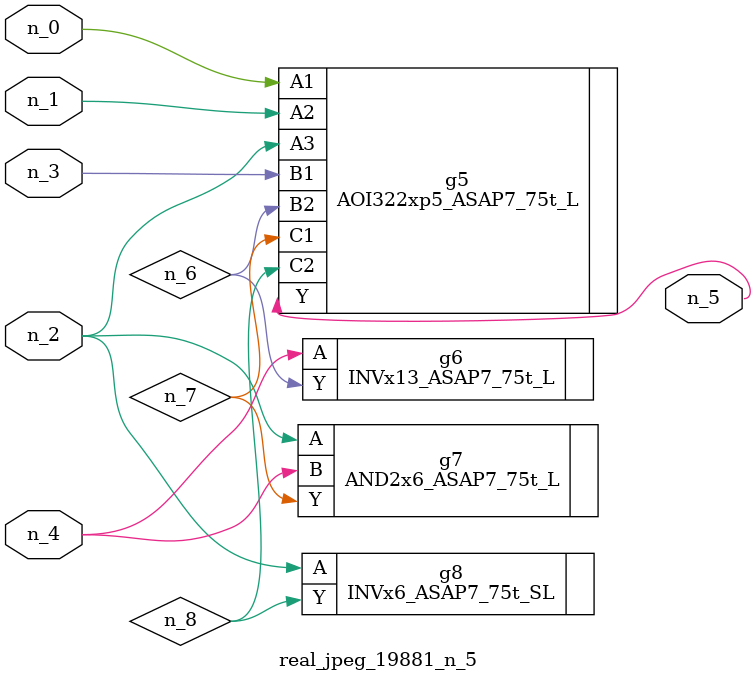
<source format=v>
module real_jpeg_19881_n_5 (n_4, n_0, n_1, n_2, n_3, n_5);

input n_4;
input n_0;
input n_1;
input n_2;
input n_3;

output n_5;

wire n_8;
wire n_6;
wire n_7;

AOI322xp5_ASAP7_75t_L g5 ( 
.A1(n_0),
.A2(n_1),
.A3(n_2),
.B1(n_3),
.B2(n_6),
.C1(n_7),
.C2(n_8),
.Y(n_5)
);

AND2x6_ASAP7_75t_L g7 ( 
.A(n_2),
.B(n_4),
.Y(n_7)
);

INVx6_ASAP7_75t_SL g8 ( 
.A(n_2),
.Y(n_8)
);

INVx13_ASAP7_75t_L g6 ( 
.A(n_4),
.Y(n_6)
);


endmodule
</source>
